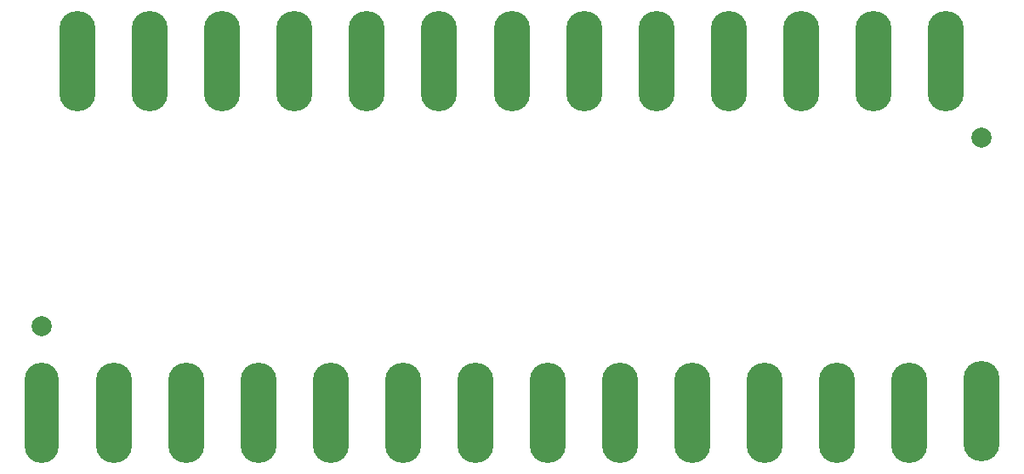
<source format=gbl>
G04 #@! TF.GenerationSoftware,KiCad,Pcbnew,(5.1.5-0)*
G04 #@! TF.CreationDate,2020-06-12T16:51:45+02:00*
G04 #@! TF.ProjectId,Divider2,44697669-6465-4723-922e-6b696361645f,rev?*
G04 #@! TF.SameCoordinates,Original*
G04 #@! TF.FileFunction,Copper,L2,Bot*
G04 #@! TF.FilePolarity,Positive*
%FSLAX46Y46*%
G04 Gerber Fmt 4.6, Leading zero omitted, Abs format (unit mm)*
G04 Created by KiCad (PCBNEW (5.1.5-0)) date 2020-06-12 16:51:45*
%MOMM*%
%LPD*%
G04 APERTURE LIST*
%ADD10O,3.400000X10.000000*%
%ADD11C,2.000000*%
%ADD12O,3.600000X10.000000*%
G04 APERTURE END LIST*
D10*
X99600000Y-109200000D03*
D11*
X99600000Y-100600000D03*
X193200000Y-81800000D03*
D12*
X193200000Y-109100000D03*
X186000000Y-109200000D03*
X178800000Y-109200000D03*
X171600000Y-109200000D03*
X164400000Y-109200000D03*
X157200000Y-109200000D03*
X150000000Y-109200000D03*
X142800000Y-109200000D03*
X135600000Y-109200000D03*
X128400000Y-109200000D03*
X121200000Y-109200000D03*
X114000000Y-109200000D03*
X106800000Y-109200000D03*
X189600000Y-74200000D03*
X182400000Y-74200000D03*
X168000000Y-74200000D03*
X160800000Y-74200000D03*
X153600000Y-74200000D03*
X146400000Y-74200000D03*
X139200000Y-74200000D03*
X132000000Y-74200000D03*
X124800000Y-74200000D03*
X117600000Y-74200000D03*
X110400000Y-74200000D03*
X103200000Y-74200000D03*
X175200000Y-74200000D03*
M02*

</source>
